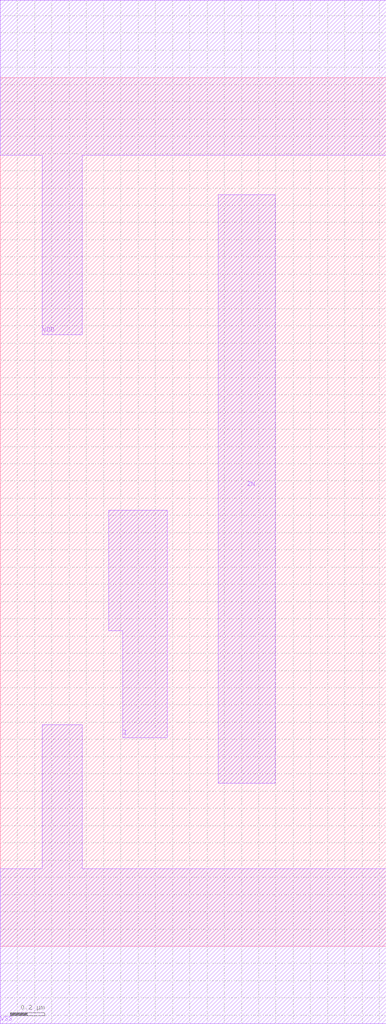
<source format=lef>
# Copyright 2022 GlobalFoundries PDK Authors
#
# Licensed under the Apache License, Version 2.0 (the "License");
# you may not use this file except in compliance with the License.
# You may obtain a copy of the License at
#
#      http://www.apache.org/licenses/LICENSE-2.0
#
# Unless required by applicable law or agreed to in writing, software
# distributed under the License is distributed on an "AS IS" BASIS,
# WITHOUT WARRANTIES OR CONDITIONS OF ANY KIND, either express or implied.
# See the License for the specific language governing permissions and
# limitations under the License.

MACRO gf180mcu_fd_sc_mcu9t5v0__clkinv_1
  CLASS core ;
  FOREIGN gf180mcu_fd_sc_mcu9t5v0__clkinv_1 0.0 0.0 ;
  ORIGIN 0 0 ;
  SYMMETRY X Y ;
  SITE GF018hv5v_green_sc9 ;
  SIZE 2.24 BY 5.04 ;
  PIN I
    DIRECTION INPUT ;
    ANTENNAGATEAREA 1.353 ;
    PORT
      LAYER Metal1 ;
        POLYGON 0.63 1.83 0.71 1.83 0.71 1.21 0.97 1.21 0.97 2.53 0.63 2.53  ;
    END
  END I
  PIN ZN
    DIRECTION OUTPUT ;
    ANTENNADIFFAREA 1.1264 ;
    PORT
      LAYER Metal1 ;
        POLYGON 1.265 0.945 1.595 0.945 1.595 4.36 1.265 4.36  ;
    END
  END ZN
  PIN VDD
    DIRECTION INOUT ;
    USE power ;
    SHAPE ABUTMENT ;
    PORT
      LAYER Metal1 ;
        POLYGON 0 4.59 0.245 4.59 0.245 3.55 0.475 3.55 0.475 4.59 2.24 4.59 2.24 5.49 0 5.49  ;
    END
  END VDD
  PIN VSS
    DIRECTION INOUT ;
    USE ground ;
    SHAPE ABUTMENT ;
    PORT
      LAYER Metal1 ;
        POLYGON 0 -0.45 2.24 -0.45 2.24 0.45 0.475 0.45 0.475 1.285 0.245 1.285 0.245 0.45 0 0.45  ;
    END
  END VSS
END gf180mcu_fd_sc_mcu9t5v0__clkinv_1

</source>
